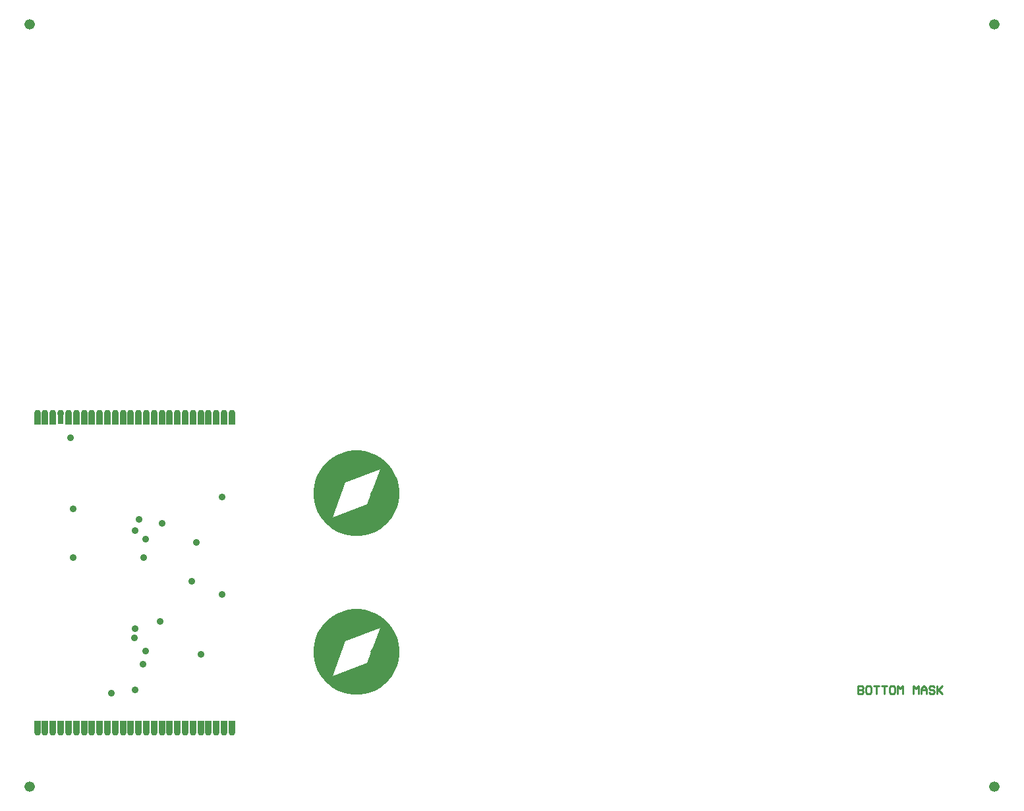
<source format=gbs>
%FSLAX24Y24*%
%MOIN*%
G70*
G01*
G75*
G04 Layer_Color=16711935*
%ADD10C,0.0197*%
%ADD11C,0.0276*%
%ADD12R,0.0315X0.0276*%
%ADD13R,0.0295X0.0591*%
%ADD14R,0.0315X0.0118*%
%ADD15R,0.0394X0.0709*%
%ADD16R,0.0177X0.0098*%
%ADD17R,0.0177X0.0138*%
G04:AMPARAMS|DCode=18|XSize=59.1mil|YSize=17.7mil|CornerRadius=0mil|HoleSize=0mil|Usage=FLASHONLY|Rotation=90.000|XOffset=0mil|YOffset=0mil|HoleType=Round|Shape=RoundedRectangle|*
%AMROUNDEDRECTD18*
21,1,0.0591,0.0177,0,0,90.0*
21,1,0.0591,0.0177,0,0,90.0*
1,1,0.0000,0.0089,0.0295*
1,1,0.0000,0.0089,-0.0295*
1,1,0.0000,-0.0089,-0.0295*
1,1,0.0000,-0.0089,0.0295*
%
%ADD18ROUNDEDRECTD18*%
%ADD19R,0.0118X0.0315*%
%ADD20R,0.0472X0.0787*%
%ADD21R,0.0354X0.0157*%
%ADD22R,0.0189X0.0197*%
%ADD23R,0.0039X0.0039*%
%ADD24R,0.0246X0.1496*%
%ADD25R,0.0246X0.1043*%
%ADD26R,0.1232X0.0246*%
%ADD27R,0.1496X0.0246*%
%ADD28R,0.0177X0.0197*%
%ADD29R,0.0118X0.0118*%
G04:AMPARAMS|DCode=30|XSize=11.8mil|YSize=11.8mil|CornerRadius=0.3mil|HoleSize=0mil|Usage=FLASHONLY|Rotation=270.000|XOffset=0mil|YOffset=0mil|HoleType=Round|Shape=RoundedRectangle|*
%AMROUNDEDRECTD30*
21,1,0.0118,0.0112,0,0,270.0*
21,1,0.0112,0.0118,0,0,270.0*
1,1,0.0006,-0.0056,-0.0056*
1,1,0.0006,-0.0056,0.0056*
1,1,0.0006,0.0056,0.0056*
1,1,0.0006,0.0056,-0.0056*
%
%ADD30ROUNDEDRECTD30*%
%ADD31R,0.1654X0.1654*%
%ADD32R,0.0374X0.0079*%
%ADD33R,0.0079X0.0374*%
G04:AMPARAMS|DCode=34|XSize=39.4mil|YSize=23.6mil|CornerRadius=0.6mil|HoleSize=0mil|Usage=FLASHONLY|Rotation=270.000|XOffset=0mil|YOffset=0mil|HoleType=Round|Shape=RoundedRectangle|*
%AMROUNDEDRECTD34*
21,1,0.0394,0.0224,0,0,270.0*
21,1,0.0382,0.0236,0,0,270.0*
1,1,0.0012,-0.0112,-0.0191*
1,1,0.0012,-0.0112,0.0191*
1,1,0.0012,0.0112,0.0191*
1,1,0.0012,0.0112,-0.0191*
%
%ADD34ROUNDEDRECTD34*%
%ADD35R,0.0118X0.0118*%
%ADD36R,0.0630X0.0315*%
G04:AMPARAMS|DCode=37|XSize=25.2mil|YSize=24mil|CornerRadius=0.6mil|HoleSize=0mil|Usage=FLASHONLY|Rotation=90.000|XOffset=0mil|YOffset=0mil|HoleType=Round|Shape=RoundedRectangle|*
%AMROUNDEDRECTD37*
21,1,0.0252,0.0228,0,0,90.0*
21,1,0.0240,0.0240,0,0,90.0*
1,1,0.0012,0.0114,0.0120*
1,1,0.0012,0.0114,-0.0120*
1,1,0.0012,-0.0114,-0.0120*
1,1,0.0012,-0.0114,0.0120*
%
%ADD37ROUNDEDRECTD37*%
%ADD38R,0.0138X0.0226*%
%ADD39R,0.0226X0.0138*%
%ADD40R,0.0138X0.0148*%
%ADD41R,0.0148X0.0138*%
%ADD42C,0.0354*%
%ADD43R,0.0138X0.0236*%
%ADD44R,0.0295X0.0197*%
%ADD45R,0.0390X0.0430*%
G04:AMPARAMS|DCode=46|XSize=31.5mil|YSize=31.5mil|CornerRadius=0.8mil|HoleSize=0mil|Usage=FLASHONLY|Rotation=180.000|XOffset=0mil|YOffset=0mil|HoleType=Round|Shape=RoundedRectangle|*
%AMROUNDEDRECTD46*
21,1,0.0315,0.0299,0,0,180.0*
21,1,0.0299,0.0315,0,0,180.0*
1,1,0.0016,-0.0150,0.0150*
1,1,0.0016,0.0150,0.0150*
1,1,0.0016,0.0150,-0.0150*
1,1,0.0016,-0.0150,-0.0150*
%
%ADD46ROUNDEDRECTD46*%
G04:AMPARAMS|DCode=47|XSize=19.7mil|YSize=19.7mil|CornerRadius=0.5mil|HoleSize=0mil|Usage=FLASHONLY|Rotation=0.000|XOffset=0mil|YOffset=0mil|HoleType=Round|Shape=RoundedRectangle|*
%AMROUNDEDRECTD47*
21,1,0.0197,0.0187,0,0,0.0*
21,1,0.0187,0.0197,0,0,0.0*
1,1,0.0010,0.0094,-0.0094*
1,1,0.0010,-0.0094,-0.0094*
1,1,0.0010,-0.0094,0.0094*
1,1,0.0010,0.0094,0.0094*
%
%ADD47ROUNDEDRECTD47*%
G04:AMPARAMS|DCode=48|XSize=11.8mil|YSize=11.8mil|CornerRadius=0.3mil|HoleSize=0mil|Usage=FLASHONLY|Rotation=180.000|XOffset=0mil|YOffset=0mil|HoleType=Round|Shape=RoundedRectangle|*
%AMROUNDEDRECTD48*
21,1,0.0118,0.0112,0,0,180.0*
21,1,0.0112,0.0118,0,0,180.0*
1,1,0.0006,-0.0056,0.0056*
1,1,0.0006,0.0056,0.0056*
1,1,0.0006,0.0056,-0.0056*
1,1,0.0006,-0.0056,-0.0056*
%
%ADD48ROUNDEDRECTD48*%
%ADD49R,0.1909X0.1909*%
%ADD50C,0.0108*%
G04:AMPARAMS|DCode=51|XSize=35.4mil|YSize=31.5mil|CornerRadius=0.2mil|HoleSize=0mil|Usage=FLASHONLY|Rotation=180.000|XOffset=0mil|YOffset=0mil|HoleType=Round|Shape=RoundedRectangle|*
%AMROUNDEDRECTD51*
21,1,0.0354,0.0312,0,0,180.0*
21,1,0.0351,0.0315,0,0,180.0*
1,1,0.0003,-0.0176,0.0156*
1,1,0.0003,0.0176,0.0156*
1,1,0.0003,0.0176,-0.0156*
1,1,0.0003,-0.0176,-0.0156*
%
%ADD51ROUNDEDRECTD51*%
G04:AMPARAMS|DCode=52|XSize=19.7mil|YSize=19.7mil|CornerRadius=0.5mil|HoleSize=0mil|Usage=FLASHONLY|Rotation=270.000|XOffset=0mil|YOffset=0mil|HoleType=Round|Shape=RoundedRectangle|*
%AMROUNDEDRECTD52*
21,1,0.0197,0.0187,0,0,270.0*
21,1,0.0187,0.0197,0,0,270.0*
1,1,0.0010,-0.0094,-0.0094*
1,1,0.0010,-0.0094,0.0094*
1,1,0.0010,0.0094,0.0094*
1,1,0.0010,0.0094,-0.0094*
%
%ADD52ROUNDEDRECTD52*%
%ADD53R,0.0197X0.0177*%
G04:AMPARAMS|DCode=54|XSize=31.5mil|YSize=31.5mil|CornerRadius=0.8mil|HoleSize=0mil|Usage=FLASHONLY|Rotation=270.000|XOffset=0mil|YOffset=0mil|HoleType=Round|Shape=RoundedRectangle|*
%AMROUNDEDRECTD54*
21,1,0.0315,0.0299,0,0,270.0*
21,1,0.0299,0.0315,0,0,270.0*
1,1,0.0016,-0.0150,-0.0150*
1,1,0.0016,-0.0150,0.0150*
1,1,0.0016,0.0150,0.0150*
1,1,0.0016,0.0150,-0.0150*
%
%ADD54ROUNDEDRECTD54*%
%ADD55C,0.0472*%
%ADD56C,0.0039*%
%ADD57C,0.0079*%
%ADD58C,0.0060*%
%ADD59C,0.0157*%
%ADD60C,0.0200*%
%ADD61C,0.0118*%
%ADD62C,0.0120*%
%ADD63C,0.0150*%
%ADD64C,0.0059*%
%ADD65C,0.0060*%
%ADD66C,0.0030*%
%ADD67C,0.0080*%
%ADD68C,0.0276*%
%ADD69C,0.0070*%
%ADD70C,0.0100*%
%ADD71C,0.0110*%
%ADD72C,0.0068*%
%ADD73C,0.0130*%
%ADD74C,0.0055*%
%ADD75C,0.0177*%
%ADD76R,0.0433X0.0699*%
%ADD77R,0.0226X0.0157*%
%ADD78R,0.0650X0.0551*%
%ADD79R,0.0512X0.0394*%
%ADD80R,0.0630X0.0433*%
%ADD81R,0.0492X0.0482*%
%ADD82R,0.0364X0.0502*%
%ADD83R,0.0236X0.0404*%
%ADD84R,0.0130X0.0424*%
%ADD85R,0.0185X0.0433*%
%ADD86C,0.0315*%
%ADD87C,0.0276*%
%ADD88C,0.0157*%
%ADD89C,0.0240*%
%ADD90C,0.0200*%
%ADD91C,0.0180*%
%ADD92C,0.0177*%
%ADD93R,0.0315X0.0246*%
%ADD94R,0.0315X0.0384*%
%ADD95R,0.0315X0.0463*%
%ADD96R,0.0315X0.0472*%
%ADD97R,0.0315X0.0394*%
%ADD98R,0.0315X0.0492*%
%ADD99R,0.0295X0.0443*%
%ADD100C,0.0300*%
%ADD101R,0.0315X0.0551*%
%ADD102C,0.0300*%
%ADD103C,0.0286*%
%ADD104C,0.0098*%
%ADD105C,0.0040*%
%ADD106C,0.0070*%
%ADD107C,0.0071*%
%ADD108C,0.0003*%
%ADD109R,0.0197X0.0039*%
%ADD110R,0.0157X0.0157*%
%ADD111R,0.0197X0.0118*%
%ADD112R,0.0118X0.0157*%
%ADD113R,0.0146X0.0067*%
%ADD114R,0.0146X0.0106*%
%ADD115R,0.0106X0.0195*%
%ADD116R,0.0195X0.0106*%
%ADD117R,0.0106X0.0116*%
%ADD118R,0.0116X0.0106*%
%ADD119C,0.0118*%
%ADD120R,0.0365X0.0326*%
%ADD121R,0.0345X0.0641*%
%ADD122R,0.0365X0.0168*%
%ADD123R,0.0444X0.0759*%
%ADD124R,0.0227X0.0148*%
%ADD125R,0.0227X0.0188*%
G04:AMPARAMS|DCode=126|XSize=64.1mil|YSize=22.7mil|CornerRadius=0mil|HoleSize=0mil|Usage=FLASHONLY|Rotation=90.000|XOffset=0mil|YOffset=0mil|HoleType=Round|Shape=RoundedRectangle|*
%AMROUNDEDRECTD126*
21,1,0.0641,0.0227,0,0,90.0*
21,1,0.0641,0.0227,0,0,90.0*
1,1,0.0000,0.0114,0.0320*
1,1,0.0000,0.0114,-0.0320*
1,1,0.0000,-0.0114,-0.0320*
1,1,0.0000,-0.0114,0.0320*
%
%ADD126ROUNDEDRECTD126*%
%ADD127R,0.0168X0.0365*%
%ADD128R,0.0522X0.0837*%
%ADD129R,0.0394X0.0197*%
%ADD130R,0.0239X0.0247*%
%ADD131R,0.0089X0.0089*%
%ADD132R,0.0296X0.1546*%
%ADD133R,0.0296X0.1093*%
%ADD134R,0.1282X0.0296*%
%ADD135R,0.1546X0.0296*%
%ADD136R,0.0227X0.0247*%
%ADD137R,0.0168X0.0168*%
G04:AMPARAMS|DCode=138|XSize=15mil|YSize=15mil|CornerRadius=1.9mil|HoleSize=0mil|Usage=FLASHONLY|Rotation=270.000|XOffset=0mil|YOffset=0mil|HoleType=Round|Shape=RoundedRectangle|*
%AMROUNDEDRECTD138*
21,1,0.0150,0.0112,0,0,270.0*
21,1,0.0112,0.0150,0,0,270.0*
1,1,0.0037,-0.0056,-0.0056*
1,1,0.0037,-0.0056,0.0056*
1,1,0.0037,0.0056,0.0056*
1,1,0.0037,0.0056,-0.0056*
%
%ADD138ROUNDEDRECTD138*%
%ADD139R,0.1704X0.1704*%
%ADD140R,0.0424X0.0129*%
%ADD141R,0.0129X0.0424*%
G04:AMPARAMS|DCode=142|XSize=44.4mil|YSize=28.6mil|CornerRadius=3.1mil|HoleSize=0mil|Usage=FLASHONLY|Rotation=270.000|XOffset=0mil|YOffset=0mil|HoleType=Round|Shape=RoundedRectangle|*
%AMROUNDEDRECTD142*
21,1,0.0444,0.0224,0,0,270.0*
21,1,0.0382,0.0286,0,0,270.0*
1,1,0.0062,-0.0112,-0.0191*
1,1,0.0062,-0.0112,0.0191*
1,1,0.0062,0.0112,0.0191*
1,1,0.0062,0.0112,-0.0191*
%
%ADD142ROUNDEDRECTD142*%
%ADD143R,0.0168X0.0168*%
%ADD144R,0.0680X0.0365*%
G04:AMPARAMS|DCode=145|XSize=30.2mil|YSize=29mil|CornerRadius=3.1mil|HoleSize=0mil|Usage=FLASHONLY|Rotation=90.000|XOffset=0mil|YOffset=0mil|HoleType=Round|Shape=RoundedRectangle|*
%AMROUNDEDRECTD145*
21,1,0.0302,0.0228,0,0,90.0*
21,1,0.0240,0.0290,0,0,90.0*
1,1,0.0062,0.0114,0.0120*
1,1,0.0062,0.0114,-0.0120*
1,1,0.0062,-0.0114,-0.0120*
1,1,0.0062,-0.0114,0.0120*
%
%ADD145ROUNDEDRECTD145*%
%ADD146R,0.0217X0.0305*%
%ADD147R,0.0305X0.0217*%
%ADD148R,0.0217X0.0226*%
%ADD149R,0.0226X0.0217*%
%ADD150C,0.0748*%
%ADD151R,0.0345X0.0247*%
%ADD152R,0.0440X0.0480*%
G04:AMPARAMS|DCode=153|XSize=24.7mil|YSize=24.7mil|CornerRadius=3mil|HoleSize=0mil|Usage=FLASHONLY|Rotation=0.000|XOffset=0mil|YOffset=0mil|HoleType=Round|Shape=RoundedRectangle|*
%AMROUNDEDRECTD153*
21,1,0.0247,0.0187,0,0,0.0*
21,1,0.0187,0.0247,0,0,0.0*
1,1,0.0060,0.0094,-0.0094*
1,1,0.0060,-0.0094,-0.0094*
1,1,0.0060,-0.0094,0.0094*
1,1,0.0060,0.0094,0.0094*
%
%ADD153ROUNDEDRECTD153*%
G04:AMPARAMS|DCode=154|XSize=16.8mil|YSize=16.8mil|CornerRadius=2.8mil|HoleSize=0mil|Usage=FLASHONLY|Rotation=180.000|XOffset=0mil|YOffset=0mil|HoleType=Round|Shape=RoundedRectangle|*
%AMROUNDEDRECTD154*
21,1,0.0168,0.0112,0,0,180.0*
21,1,0.0112,0.0168,0,0,180.0*
1,1,0.0056,-0.0056,0.0056*
1,1,0.0056,0.0056,0.0056*
1,1,0.0056,0.0056,-0.0056*
1,1,0.0056,-0.0056,-0.0056*
%
%ADD154ROUNDEDRECTD154*%
%ADD155R,0.1949X0.1949*%
%ADD156C,0.0148*%
G04:AMPARAMS|DCode=157|XSize=40.4mil|YSize=36.5mil|CornerRadius=2.7mil|HoleSize=0mil|Usage=FLASHONLY|Rotation=180.000|XOffset=0mil|YOffset=0mil|HoleType=Round|Shape=RoundedRectangle|*
%AMROUNDEDRECTD157*
21,1,0.0404,0.0312,0,0,180.0*
21,1,0.0351,0.0365,0,0,180.0*
1,1,0.0053,-0.0176,0.0156*
1,1,0.0053,0.0176,0.0156*
1,1,0.0053,0.0176,-0.0156*
1,1,0.0053,-0.0176,-0.0156*
%
%ADD157ROUNDEDRECTD157*%
G04:AMPARAMS|DCode=158|XSize=36.5mil|YSize=36.5mil|CornerRadius=3.3mil|HoleSize=0mil|Usage=FLASHONLY|Rotation=0.000|XOffset=0mil|YOffset=0mil|HoleType=Round|Shape=RoundedRectangle|*
%AMROUNDEDRECTD158*
21,1,0.0365,0.0299,0,0,0.0*
21,1,0.0299,0.0365,0,0,0.0*
1,1,0.0066,0.0150,-0.0150*
1,1,0.0066,-0.0150,-0.0150*
1,1,0.0066,-0.0150,0.0150*
1,1,0.0066,0.0150,0.0150*
%
%ADD158ROUNDEDRECTD158*%
G04:AMPARAMS|DCode=159|XSize=15mil|YSize=15mil|CornerRadius=1.9mil|HoleSize=0mil|Usage=FLASHONLY|Rotation=0.000|XOffset=0mil|YOffset=0mil|HoleType=Round|Shape=RoundedRectangle|*
%AMROUNDEDRECTD159*
21,1,0.0150,0.0112,0,0,0.0*
21,1,0.0112,0.0150,0,0,0.0*
1,1,0.0037,0.0056,-0.0056*
1,1,0.0037,-0.0056,-0.0056*
1,1,0.0037,-0.0056,0.0056*
1,1,0.0037,0.0056,0.0056*
%
%ADD159ROUNDEDRECTD159*%
G04:AMPARAMS|DCode=160|XSize=24.7mil|YSize=24.7mil|CornerRadius=3mil|HoleSize=0mil|Usage=FLASHONLY|Rotation=270.000|XOffset=0mil|YOffset=0mil|HoleType=Round|Shape=RoundedRectangle|*
%AMROUNDEDRECTD160*
21,1,0.0247,0.0187,0,0,270.0*
21,1,0.0187,0.0247,0,0,270.0*
1,1,0.0060,-0.0094,-0.0094*
1,1,0.0060,-0.0094,0.0094*
1,1,0.0060,0.0094,0.0094*
1,1,0.0060,0.0094,-0.0094*
%
%ADD160ROUNDEDRECTD160*%
G04:AMPARAMS|DCode=161|XSize=16.8mil|YSize=16.8mil|CornerRadius=2.8mil|HoleSize=0mil|Usage=FLASHONLY|Rotation=270.000|XOffset=0mil|YOffset=0mil|HoleType=Round|Shape=RoundedRectangle|*
%AMROUNDEDRECTD161*
21,1,0.0168,0.0112,0,0,270.0*
21,1,0.0112,0.0168,0,0,270.0*
1,1,0.0056,-0.0056,-0.0056*
1,1,0.0056,-0.0056,0.0056*
1,1,0.0056,0.0056,0.0056*
1,1,0.0056,0.0056,-0.0056*
%
%ADD161ROUNDEDRECTD161*%
%ADD162R,0.0247X0.0227*%
G04:AMPARAMS|DCode=163|XSize=36.5mil|YSize=36.5mil|CornerRadius=3.3mil|HoleSize=0mil|Usage=FLASHONLY|Rotation=270.000|XOffset=0mil|YOffset=0mil|HoleType=Round|Shape=RoundedRectangle|*
%AMROUNDEDRECTD163*
21,1,0.0365,0.0299,0,0,270.0*
21,1,0.0299,0.0365,0,0,270.0*
1,1,0.0066,-0.0150,-0.0150*
1,1,0.0066,-0.0150,0.0150*
1,1,0.0066,0.0150,0.0150*
1,1,0.0066,0.0150,-0.0150*
%
%ADD163ROUNDEDRECTD163*%
%ADD164C,0.0522*%
%ADD165C,0.0365*%
%ADD166C,0.0326*%
%ADD167R,0.0365X0.0601*%
%ADD168C,0.0350*%
G36*
X16957Y6192D02*
X17232Y6119D01*
X17494Y6010D01*
X17740Y5868D01*
X17966Y5695D01*
X18167Y5494D01*
X18340Y5268D01*
X18482Y5022D01*
X18591Y4760D01*
X18664Y4485D01*
X18701Y4203D01*
Y4061D01*
Y3919D01*
X18664Y3637D01*
X18591Y3363D01*
X18482Y3100D01*
X18340Y2854D01*
X18167Y2629D01*
X17966Y2428D01*
X17740Y2255D01*
X17494Y2113D01*
X17232Y2004D01*
X16957Y1930D01*
X16675Y1893D01*
X16391D01*
X16110Y1930D01*
X15835Y2004D01*
X15572Y2113D01*
X15326Y2255D01*
X15101Y2428D01*
X14900Y2629D01*
X14727Y2854D01*
X14585Y3100D01*
X14476Y3363D01*
X14402Y3637D01*
X14365Y3919D01*
Y4061D01*
Y4203D01*
X14402Y4485D01*
X14476Y4760D01*
X14585Y5022D01*
X14727Y5268D01*
X14900Y5494D01*
X15101Y5695D01*
X15326Y5868D01*
X15572Y6010D01*
X15835Y6119D01*
X16110Y6192D01*
X16391Y6229D01*
X16675D01*
X16957Y6192D01*
D02*
G37*
G36*
Y14222D02*
X17232Y14149D01*
X17494Y14040D01*
X17740Y13898D01*
X17966Y13725D01*
X18167Y13524D01*
X18340Y13298D01*
X18482Y13052D01*
X18591Y12790D01*
X18664Y12515D01*
X18701Y12233D01*
Y12091D01*
Y11949D01*
X18664Y11667D01*
X18591Y11393D01*
X18482Y11130D01*
X18340Y10884D01*
X18167Y10659D01*
X17966Y10458D01*
X17740Y10285D01*
X17494Y10143D01*
X17232Y10034D01*
X16957Y9960D01*
X16675Y9923D01*
X16391D01*
X16110Y9960D01*
X15835Y10034D01*
X15572Y10143D01*
X15326Y10285D01*
X15101Y10458D01*
X14900Y10659D01*
X14727Y10884D01*
X14585Y11130D01*
X14476Y11393D01*
X14402Y11667D01*
X14365Y11949D01*
Y12091D01*
Y12233D01*
X14402Y12515D01*
X14476Y12790D01*
X14585Y13052D01*
X14727Y13298D01*
X14900Y13524D01*
X15101Y13725D01*
X15326Y13898D01*
X15572Y14040D01*
X15835Y14149D01*
X16110Y14222D01*
X16391Y14259D01*
X16675D01*
X16957Y14222D01*
D02*
G37*
%LPC*%
G36*
X17749Y13300D02*
X15986Y12636D01*
X15322Y10873D01*
X17084Y11538D01*
X17749Y13300D01*
D02*
G37*
G36*
Y5270D02*
X15986Y4606D01*
X15322Y2843D01*
X17084Y3508D01*
X17749Y5270D01*
D02*
G37*
%LPD*%
D70*
X41902Y2340D02*
Y1940D01*
X42101D01*
X42168Y2007D01*
Y2074D01*
X42101Y2140D01*
X41902D01*
X42101D01*
X42168Y2207D01*
Y2273D01*
X42101Y2340D01*
X41902D01*
X42501D02*
X42368D01*
X42301Y2273D01*
Y2007D01*
X42368Y1940D01*
X42501D01*
X42568Y2007D01*
Y2273D01*
X42501Y2340D01*
X42701D02*
X42968D01*
X42835D01*
Y1940D01*
X43101Y2340D02*
X43368D01*
X43234D01*
Y1940D01*
X43701Y2340D02*
X43568D01*
X43501Y2273D01*
Y2007D01*
X43568Y1940D01*
X43701D01*
X43768Y2007D01*
Y2273D01*
X43701Y2340D01*
X43901Y1940D02*
Y2340D01*
X44034Y2207D01*
X44167Y2340D01*
Y1940D01*
X44701D02*
Y2340D01*
X44834Y2207D01*
X44967Y2340D01*
Y1940D01*
X45100D02*
Y2207D01*
X45234Y2340D01*
X45367Y2207D01*
Y1940D01*
Y2140D01*
X45100D01*
X45767Y2273D02*
X45700Y2340D01*
X45567D01*
X45500Y2273D01*
Y2207D01*
X45567Y2140D01*
X45700D01*
X45767Y2074D01*
Y2007D01*
X45700Y1940D01*
X45567D01*
X45500Y2007D01*
X45900Y2340D02*
Y1940D01*
Y2074D01*
X46167Y2340D01*
X45967Y2140D01*
X46167Y1940D01*
D101*
X1575Y15866D02*
D03*
D164*
X0Y-2756D02*
D03*
X48819Y35827D02*
D03*
X0D02*
D03*
X48819Y-2756D02*
D03*
D165*
X3543Y16142D02*
D03*
X8268Y0D02*
D03*
X5906Y16142D02*
D03*
X4331D02*
D03*
X7874Y0D02*
D03*
X7480D02*
D03*
X7087D02*
D03*
X6693D02*
D03*
X9843D02*
D03*
X9449D02*
D03*
X9055D02*
D03*
X8661D02*
D03*
X1969D02*
D03*
X2362D02*
D03*
X1575D02*
D03*
X9055Y16142D02*
D03*
X8661D02*
D03*
X8268D02*
D03*
X7874D02*
D03*
X1181Y0D02*
D03*
X787D02*
D03*
X1969Y16142D02*
D03*
X3150D02*
D03*
X3543Y0D02*
D03*
X10236D02*
D03*
Y16142D02*
D03*
X5118Y0D02*
D03*
X1575Y16142D02*
D03*
X5118D02*
D03*
X5512D02*
D03*
X3937D02*
D03*
X6693D02*
D03*
X6299D02*
D03*
X3150Y0D02*
D03*
X4724D02*
D03*
X3937D02*
D03*
X5512D02*
D03*
X4331D02*
D03*
X9449Y16142D02*
D03*
X9843D02*
D03*
X6299Y0D02*
D03*
X5906D02*
D03*
X7087Y16142D02*
D03*
X7480D02*
D03*
X394Y0D02*
D03*
Y16142D02*
D03*
X787D02*
D03*
X2362D02*
D03*
X4724D02*
D03*
X2756D02*
D03*
X2756Y0D02*
D03*
X1181Y16142D02*
D03*
D166*
X17421Y4057D02*
D03*
X17421Y12087D02*
D03*
D167*
X3543Y15866D02*
D03*
X8268Y276D02*
D03*
X5906Y15866D02*
D03*
X4331D02*
D03*
X7874Y276D02*
D03*
X7480D02*
D03*
X7087D02*
D03*
X6693D02*
D03*
X9843D02*
D03*
X9449D02*
D03*
X9055D02*
D03*
X8661D02*
D03*
X1969D02*
D03*
X2362D02*
D03*
X1575D02*
D03*
X9055Y15866D02*
D03*
X8661D02*
D03*
X8268D02*
D03*
X7874D02*
D03*
X1181Y276D02*
D03*
X787D02*
D03*
X1969Y15866D02*
D03*
X3150D02*
D03*
X3543Y276D02*
D03*
X10236D02*
D03*
Y15866D02*
D03*
X5118Y276D02*
D03*
X5118Y15866D02*
D03*
X5512D02*
D03*
X3937D02*
D03*
X6693D02*
D03*
X6299D02*
D03*
X3150Y276D02*
D03*
X4724D02*
D03*
X3937D02*
D03*
X5512D02*
D03*
X4331D02*
D03*
X9449Y15866D02*
D03*
X9843D02*
D03*
X6299Y276D02*
D03*
X5906D02*
D03*
X7087Y15866D02*
D03*
X7480D02*
D03*
X394Y276D02*
D03*
Y15866D02*
D03*
X787D02*
D03*
X2362D02*
D03*
X4724D02*
D03*
X2756D02*
D03*
X2756Y276D02*
D03*
X1181Y15866D02*
D03*
D168*
X8673Y3930D02*
D03*
X2210Y8829D02*
D03*
X8189Y7628D02*
D03*
X5325Y2146D02*
D03*
X2057Y14911D02*
D03*
X9724Y6969D02*
D03*
X4134Y1978D02*
D03*
X9744Y11919D02*
D03*
X2215Y11289D02*
D03*
X6614Y5591D02*
D03*
X6693Y10561D02*
D03*
X5354Y10197D02*
D03*
X5866Y9764D02*
D03*
X5551Y10787D02*
D03*
X8445Y9606D02*
D03*
X5313Y4770D02*
D03*
X5876Y4104D02*
D03*
X5323Y5240D02*
D03*
X5758Y8829D02*
D03*
X5723Y3430D02*
D03*
M02*

</source>
